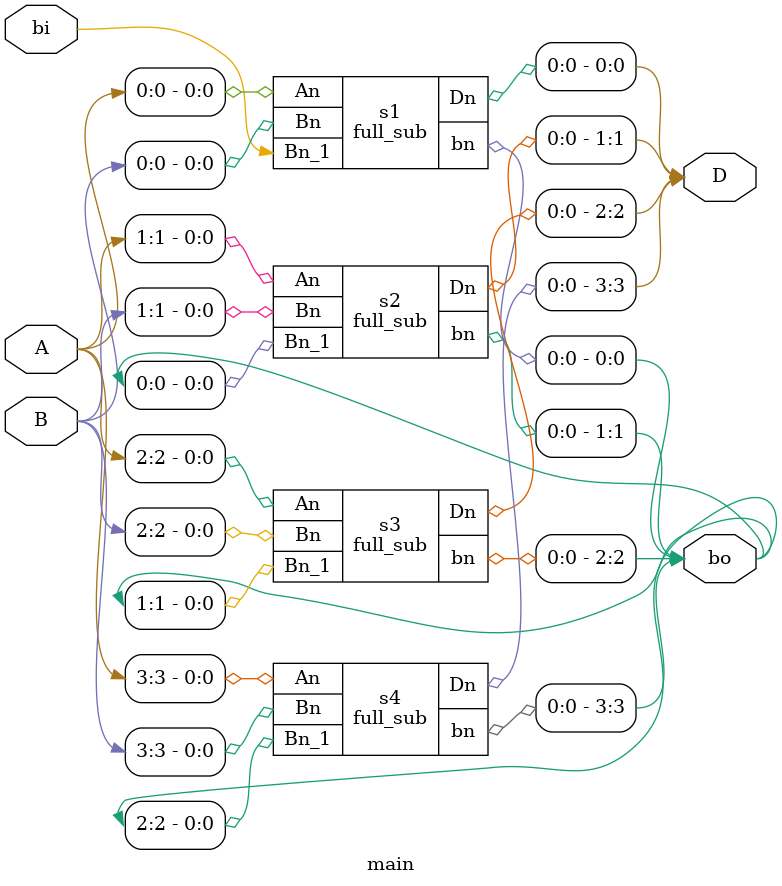
<source format=v>
`timescale 1ns / 1ps


module full_sub(An, Bn, Bn_1,bn, Dn);
    output bn, Dn;
    input An, Bn, Bn_1;
    assign Dn = Bn_1^(An^Bn);
    assign bn = (Bn_1&~(An^Bn))|(Bn&~An);
endmodule   

module main(A,B,bi,D,bo);
    input [3:0] A;
    input [3:0] B;
    input bi;
    output [3:0] D;
    output [3:0] bo;
    full_sub s1(A[0],B[0],bi,bo[0],D[0]);
    full_sub s2(A[1],B[1],bo[0],bo[1],D[1]);
    full_sub s3(A[2],B[2],bo[1],bo[2],D[2]);
    full_sub s4(A[3],B[3],bo[2],bo[3],D[3]);
endmodule

</source>
